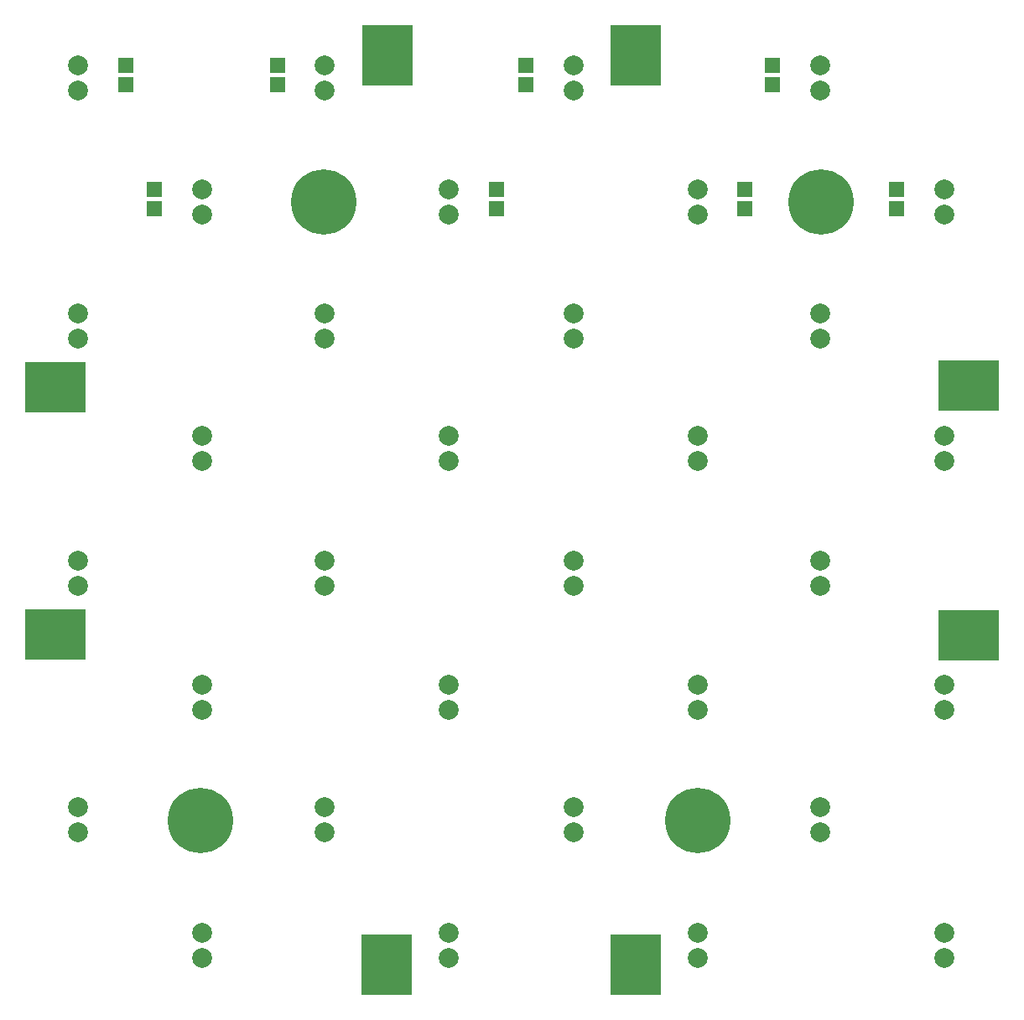
<source format=gbr>
%FSLAX34Y34*%
%MOMM*%
%LNSOLDERMASK_BOTTOM*%
G71*
G01*
%ADD10R,1.600X1.500*%
%ADD11C,2.000*%
%ADD12R,6.200X5.200*%
%ADD13R,5.200X6.200*%
%ADD14C,6.600*%
%ADD15C,0.800*%
%LPD*%
X261937Y926357D02*
G54D10*
D03*
X261937Y946151D02*
G54D10*
D03*
X435372Y571500D02*
G54D11*
D03*
X435372Y546100D02*
G54D11*
D03*
X686196Y571500D02*
G54D11*
D03*
X686196Y546100D02*
G54D11*
D03*
X935434Y571500D02*
G54D11*
D03*
X935434Y546100D02*
G54D11*
D03*
X186134Y571500D02*
G54D11*
D03*
X186134Y546100D02*
G54D11*
D03*
X435372Y320675D02*
G54D11*
D03*
X435372Y295275D02*
G54D11*
D03*
X686196Y320675D02*
G54D11*
D03*
X686196Y295275D02*
G54D11*
D03*
X935434Y320675D02*
G54D11*
D03*
X935434Y295275D02*
G54D11*
D03*
X186134Y320675D02*
G54D11*
D03*
X186134Y295275D02*
G54D11*
D03*
X435372Y69850D02*
G54D11*
D03*
X435372Y44450D02*
G54D11*
D03*
X686196Y69850D02*
G54D11*
D03*
X686196Y44450D02*
G54D11*
D03*
X935434Y69850D02*
G54D11*
D03*
X935434Y44450D02*
G54D11*
D03*
X186134Y69850D02*
G54D11*
D03*
X186134Y44450D02*
G54D11*
D03*
X309959Y196850D02*
G54D11*
D03*
X309959Y171450D02*
G54D11*
D03*
X560784Y196850D02*
G54D11*
D03*
X560784Y171450D02*
G54D11*
D03*
X810022Y196850D02*
G54D11*
D03*
X810022Y171450D02*
G54D11*
D03*
X60722Y196850D02*
G54D11*
D03*
X60722Y171450D02*
G54D11*
D03*
X309959Y446088D02*
G54D11*
D03*
X309959Y420688D02*
G54D11*
D03*
X560784Y446088D02*
G54D11*
D03*
X560784Y420688D02*
G54D11*
D03*
X810022Y446088D02*
G54D11*
D03*
X810022Y420688D02*
G54D11*
D03*
X60722Y446088D02*
G54D11*
D03*
X60722Y420688D02*
G54D11*
D03*
X309959Y695325D02*
G54D11*
D03*
X309959Y669925D02*
G54D11*
D03*
X560784Y695325D02*
G54D11*
D03*
X560784Y669925D02*
G54D11*
D03*
X810022Y695325D02*
G54D11*
D03*
X810022Y669925D02*
G54D11*
D03*
X60722Y695325D02*
G54D11*
D03*
X60722Y669925D02*
G54D11*
D03*
X435372Y820738D02*
G54D11*
D03*
X435372Y795338D02*
G54D11*
D03*
X686196Y820738D02*
G54D11*
D03*
X686196Y795338D02*
G54D11*
D03*
X935434Y820738D02*
G54D11*
D03*
X935434Y795338D02*
G54D11*
D03*
X186134Y820738D02*
G54D11*
D03*
X186134Y795338D02*
G54D11*
D03*
X309959Y946150D02*
G54D11*
D03*
X309959Y920750D02*
G54D11*
D03*
X560784Y946150D02*
G54D11*
D03*
X560784Y920750D02*
G54D11*
D03*
X810022Y946150D02*
G54D11*
D03*
X810022Y920750D02*
G54D11*
D03*
X60722Y946150D02*
G54D11*
D03*
X60722Y920750D02*
G54D11*
D03*
X37703Y620712D02*
G54D12*
D03*
X623490Y956469D02*
G54D13*
D03*
X960040Y622300D02*
G54D12*
D03*
X372666Y37306D02*
G54D13*
D03*
X623490Y37306D02*
G54D13*
D03*
X960040Y370681D02*
G54D12*
D03*
X37702Y371474D02*
G54D12*
D03*
X373458Y956467D02*
G54D13*
D03*
X811117Y808133D02*
G54D14*
D03*
X835117Y808133D02*
G54D15*
D03*
X828088Y791162D02*
G54D15*
D03*
X811117Y784133D02*
G54D15*
D03*
X794146Y791162D02*
G54D15*
D03*
X787117Y808133D02*
G54D15*
D03*
X794146Y825104D02*
G54D15*
D03*
X811117Y832133D02*
G54D15*
D03*
X828088Y825104D02*
G54D15*
D03*
X308558Y808038D02*
G54D14*
D03*
X332558Y808038D02*
G54D15*
D03*
X325529Y791068D02*
G54D15*
D03*
X308558Y784038D02*
G54D15*
D03*
X291588Y791068D02*
G54D15*
D03*
X284558Y808038D02*
G54D15*
D03*
X291588Y825009D02*
G54D15*
D03*
X308558Y832038D02*
G54D15*
D03*
X325529Y825009D02*
G54D15*
D03*
X686612Y183149D02*
G54D14*
D03*
X710612Y183149D02*
G54D15*
D03*
X703583Y166179D02*
G54D15*
D03*
X686612Y159149D02*
G54D15*
D03*
X669642Y166179D02*
G54D15*
D03*
X662612Y183149D02*
G54D15*
D03*
X669642Y200120D02*
G54D15*
D03*
X686612Y207150D02*
G54D15*
D03*
X703583Y200120D02*
G54D15*
D03*
X184054Y183054D02*
G54D14*
D03*
X208054Y183054D02*
G54D15*
D03*
X201025Y166084D02*
G54D15*
D03*
X184054Y159054D02*
G54D15*
D03*
X167084Y166084D02*
G54D15*
D03*
X160054Y183054D02*
G54D15*
D03*
X167084Y200025D02*
G54D15*
D03*
X184054Y207054D02*
G54D15*
D03*
X201025Y200025D02*
G54D15*
D03*
X512762Y926357D02*
G54D10*
D03*
X512762Y946151D02*
G54D10*
D03*
X762000Y926357D02*
G54D10*
D03*
X762000Y946151D02*
G54D10*
D03*
X887412Y800944D02*
G54D10*
D03*
X887412Y820738D02*
G54D10*
D03*
X138112Y800944D02*
G54D10*
D03*
X138112Y820738D02*
G54D10*
D03*
X108743Y926357D02*
G54D10*
D03*
X108743Y946151D02*
G54D10*
D03*
X483393Y800945D02*
G54D10*
D03*
X483393Y820738D02*
G54D10*
D03*
X734218Y800945D02*
G54D10*
D03*
X734218Y820738D02*
G54D10*
D03*
M02*

</source>
